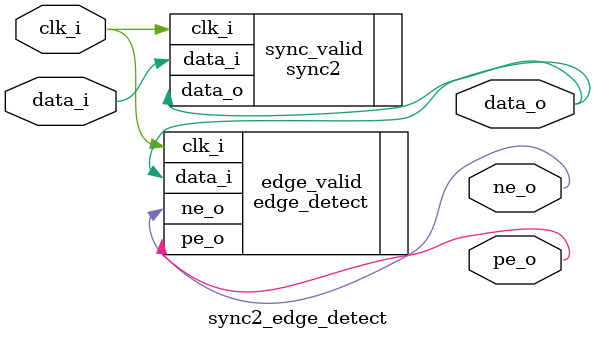
<source format=sv>

/**
 * PET Clone - Open hardware implementation of the Commodore PET
 * by Daniel Lehenbauer and contributors.
 * 
 * https://github.com/DLehenbauer/commodore-pet-clone
 *
 * To the extent possible under law, I, Daniel Lehenbauer, have waived all
 * copyright and related or neighboring rights to this project. This work is
 * published from the United States.
 *
 * @copyright CC0 http://creativecommons.org/publicdomain/zero/1.0/
 * @author Daniel Lehenbauer <DLehenbauer@users.noreply.github.com> and contributors
 */

 module sync2_edge_detect(
    input  logic clk_i,         // Destination/sampling clock
    input  logic data_i,        // Input data in source clock domain
    output logic data_o,        // Synchronized output in destination clock domain
    output logic pe_o,          // Pulse for rising edge in destination clock domain
    output logic ne_o           // Pulse for falling edge in destination clock domain
);
    sync2 sync_valid(
        .clk_i(clk_i),
        .data_i(data_i),
        .data_o(data_o)
    );

    edge_detect edge_valid(
        .clk_i(clk_i),
        .data_i(data_o),
        .pe_o(pe_o),
        .ne_o(ne_o)
    );
endmodule

</source>
